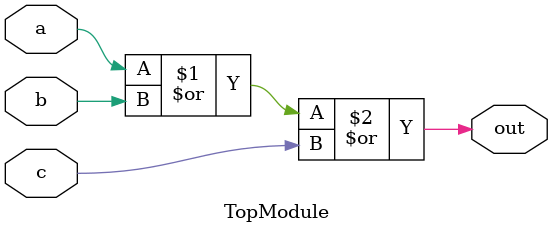
<source format=sv>

module TopModule (
  input a,
  input b,
  input c,
  output out
);
// Implement the circuit described by the Karnaugh map
// The output is 1 for all combinations except when a=0, b=0, c=0
// This simplifies to: out = a | b | c

assign out = a | b | c;

endmodule

</source>
